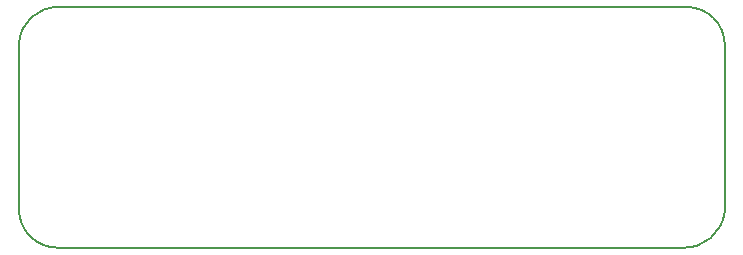
<source format=gm1>
%TF.GenerationSoftware,KiCad,Pcbnew,(6.0.11)*%
%TF.CreationDate,2023-02-03T19:37:41+08:00*%
%TF.ProjectId,UINIO-MCU-ESP32C3,55494e49-4f2d-44d4-9355-2d4553503332,Version 3.1.0*%
%TF.SameCoordinates,PX735b400PY5c274f0*%
%TF.FileFunction,Profile,NP*%
%FSLAX46Y46*%
G04 Gerber Fmt 4.6, Leading zero omitted, Abs format (unit mm)*
G04 Created by KiCad (PCBNEW (6.0.11)) date 2023-02-03 19:37:41*
%MOMM*%
%LPD*%
G01*
G04 APERTURE LIST*
%TA.AperFunction,Profile*%
%ADD10C,0.200000*%
%TD*%
G04 APERTURE END LIST*
D10*
X59765584Y-13508410D02*
X59765584Y491590D01*
X56405584Y3791590D02*
X3410000Y3790000D01*
X3410001Y3790020D02*
G75*
G03*
X0Y710000I-145201J-3266920D01*
G01*
X59765665Y491588D02*
G75*
G03*
X56405584Y3791590I-3210565J91612D01*
G01*
X56155584Y-16578410D02*
X3410000Y-16580000D01*
X56155583Y-16578425D02*
G75*
G03*
X59765584Y-13508410I176517J3449925D01*
G01*
X-64Y-13290000D02*
G75*
G03*
X3410000Y-16580000I3271564J-21300D01*
G01*
X0Y710000D02*
X0Y-13290000D01*
M02*

</source>
